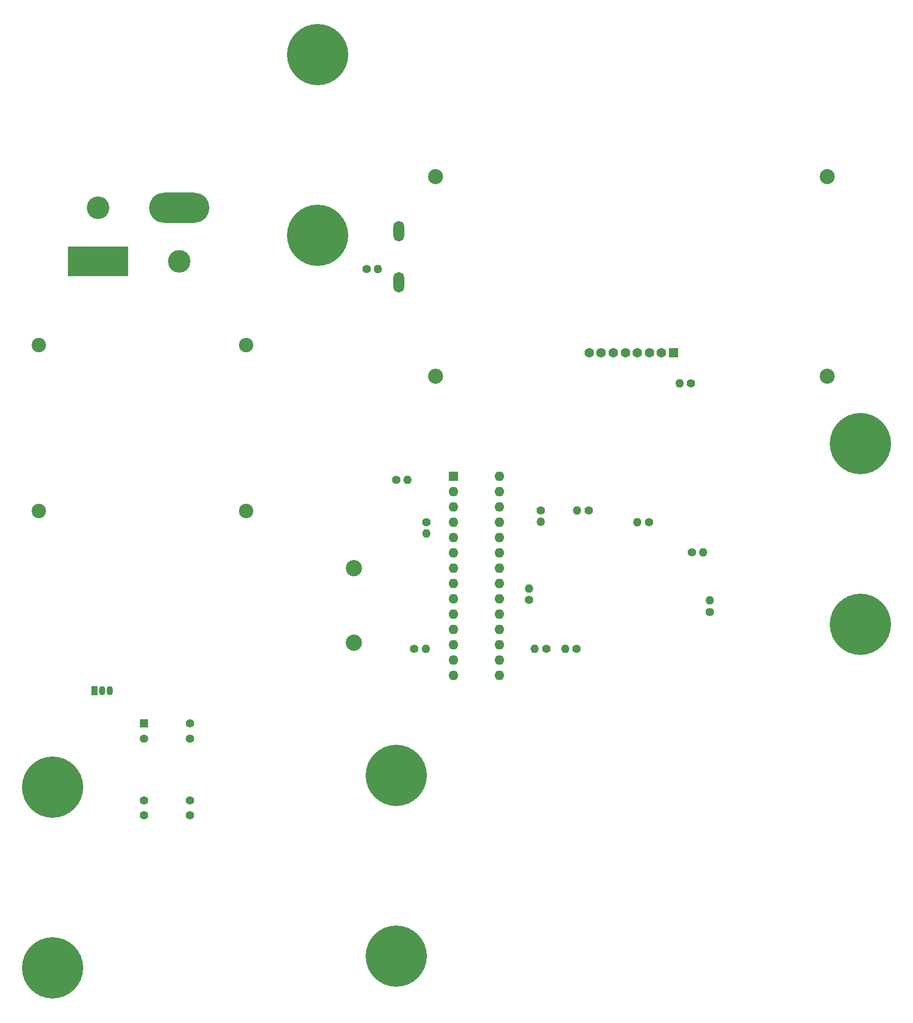
<source format=gbr>
%TF.GenerationSoftware,KiCad,Pcbnew,8.0.5*%
%TF.CreationDate,2024-09-18T16:37:26+03:00*%
%TF.ProjectId,TDR_test,5444525f-7465-4737-942e-6b696361645f,rev?*%
%TF.SameCoordinates,Original*%
%TF.FileFunction,Soldermask,Bot*%
%TF.FilePolarity,Negative*%
%FSLAX46Y46*%
G04 Gerber Fmt 4.6, Leading zero omitted, Abs format (unit mm)*
G04 Created by KiCad (PCBNEW 8.0.5) date 2024-09-18 16:37:26*
%MOMM*%
%LPD*%
G01*
G04 APERTURE LIST*
%ADD10C,1.400000*%
%ADD11O,1.400000X1.400000*%
%ADD12C,10.160000*%
%ADD13R,1.400000X1.400000*%
%ADD14C,2.700000*%
%ADD15C,2.500000*%
%ADD16R,1.600000X1.600000*%
%ADD17C,1.600000*%
%ADD18O,1.800000X3.400000*%
%ADD19C,2.400000*%
%ADD20R,1.050000X1.500000*%
%ADD21O,1.050000X1.500000*%
%ADD22C,3.750000*%
%ADD23R,10.000000X5.000000*%
%ADD24O,10.000000X5.000000*%
%ADD25O,1.600000X1.600000*%
G04 APERTURE END LIST*
D10*
%TO.C,R13*%
X125000000Y-112900000D03*
D11*
X125000000Y-111000000D03*
%TD*%
D10*
%TO.C,R12*%
X155000000Y-114900000D03*
D11*
X155000000Y-113000000D03*
%TD*%
D10*
%TO.C,R11*%
X144900000Y-100000000D03*
D11*
X143000000Y-100000000D03*
%TD*%
D10*
%TO.C,R10*%
X152000000Y-105000000D03*
D11*
X153900000Y-105000000D03*
%TD*%
D10*
%TO.C,R9*%
X98100000Y-58000000D03*
D11*
X100000000Y-58000000D03*
%TD*%
D10*
%TO.C,R8*%
X151900000Y-77000000D03*
D11*
X150000000Y-77000000D03*
%TD*%
D12*
%TO.C,J4*%
X180000000Y-117000000D03*
X180000000Y-87030000D03*
%TD*%
%TO.C,J3*%
X103000000Y-142000000D03*
X103000000Y-171970000D03*
%TD*%
D10*
%TO.C,R1*%
X103000000Y-93000000D03*
D11*
X104900000Y-93000000D03*
%TD*%
D12*
%TO.C,J2*%
X90000000Y-22500000D03*
X90000000Y-52470000D03*
%TD*%
D13*
%TO.C,K1*%
X61200000Y-133400000D03*
D10*
X61200000Y-135940000D03*
X61200000Y-146200000D03*
X61200000Y-148640000D03*
X68820000Y-148640000D03*
X68820000Y-146200000D03*
X68820000Y-135940000D03*
X68820000Y-133400000D03*
%TD*%
D14*
%TO.C,Y1*%
X96000000Y-120000000D03*
X96000000Y-107660000D03*
%TD*%
D12*
%TO.C,J1*%
X46000000Y-144000000D03*
X46000000Y-173970000D03*
%TD*%
D10*
%TO.C,R3*%
X106000000Y-121000000D03*
D11*
X107900000Y-121000000D03*
%TD*%
D15*
%TO.C,U3*%
X109500000Y-42700000D03*
X109500000Y-75800000D03*
X174500000Y-42700000D03*
X174500000Y-75800000D03*
D16*
X149000000Y-71900000D03*
D17*
X147000000Y-71900000D03*
X145000000Y-71900000D03*
X143000000Y-71900000D03*
X141000000Y-71900000D03*
X139000000Y-71900000D03*
X137000000Y-71900000D03*
X135000000Y-71900000D03*
D18*
X103450000Y-60250000D03*
X103450000Y-51750000D03*
%TD*%
D19*
%TO.C,C5*%
X78090000Y-70690000D03*
X78090000Y-98190000D03*
%TD*%
D10*
%TO.C,R6*%
X127000000Y-98050000D03*
D11*
X127000000Y-99950000D03*
%TD*%
D19*
%TO.C,C6*%
X43750000Y-70670000D03*
X43750000Y-98170000D03*
%TD*%
D10*
%TO.C,R4*%
X127900000Y-121000000D03*
D11*
X126000000Y-121000000D03*
%TD*%
D10*
%TO.C,R2*%
X108000000Y-100000000D03*
D11*
X108000000Y-101900000D03*
%TD*%
D20*
%TO.C,Q1*%
X53000000Y-128000000D03*
D21*
X54270000Y-128000000D03*
X55540000Y-128000000D03*
%TD*%
D22*
%TO.C,L1*%
X67030000Y-56800000D03*
X53530000Y-47900000D03*
D23*
X53530000Y-56800000D03*
D24*
X67030000Y-47900000D03*
%TD*%
D10*
%TO.C,R5*%
X132900000Y-121000000D03*
D11*
X131000000Y-121000000D03*
%TD*%
D25*
%TO.C,U1*%
X120120000Y-92420000D03*
X120120000Y-94960000D03*
X120120000Y-97500000D03*
X120120000Y-100040000D03*
X120120000Y-102580000D03*
X120120000Y-105120000D03*
X120120000Y-107660000D03*
X120120000Y-110200000D03*
X120120000Y-112740000D03*
X120120000Y-115280000D03*
X120120000Y-117820000D03*
X120120000Y-120360000D03*
X120120000Y-122900000D03*
X120120000Y-125440000D03*
X112500000Y-125440000D03*
X112500000Y-122900000D03*
X112500000Y-120360000D03*
X112500000Y-117820000D03*
X112500000Y-115280000D03*
X112500000Y-112740000D03*
X112500000Y-110200000D03*
X112500000Y-107660000D03*
X112500000Y-105120000D03*
X112500000Y-102580000D03*
X112500000Y-100040000D03*
X112500000Y-97500000D03*
X112500000Y-94960000D03*
D16*
X112500000Y-92420000D03*
%TD*%
D10*
%TO.C,R7*%
X134900000Y-98050000D03*
D11*
X133000000Y-98050000D03*
%TD*%
M02*

</source>
